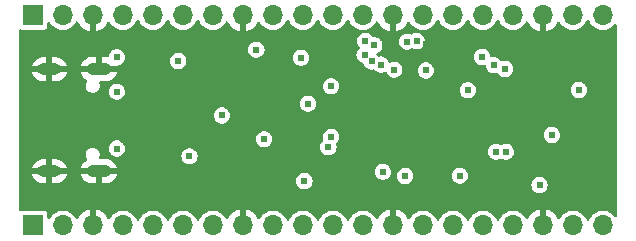
<source format=gbr>
%TF.GenerationSoftware,KiCad,Pcbnew,8.0.4-8.0.4-0~ubuntu24.04.1*%
%TF.CreationDate,2024-07-31T18:59:25-04:00*%
%TF.ProjectId,iceblink,69636562-6c69-46e6-9b2e-6b696361645f,rev?*%
%TF.SameCoordinates,Original*%
%TF.FileFunction,Copper,L2,Inr*%
%TF.FilePolarity,Positive*%
%FSLAX46Y46*%
G04 Gerber Fmt 4.6, Leading zero omitted, Abs format (unit mm)*
G04 Created by KiCad (PCBNEW 8.0.4-8.0.4-0~ubuntu24.04.1) date 2024-07-31 18:59:25*
%MOMM*%
%LPD*%
G01*
G04 APERTURE LIST*
%TA.AperFunction,ComponentPad*%
%ADD10O,2.100000X1.050000*%
%TD*%
%TA.AperFunction,ComponentPad*%
%ADD11O,2.000000X1.000000*%
%TD*%
%TA.AperFunction,ComponentPad*%
%ADD12R,1.700000X1.700000*%
%TD*%
%TA.AperFunction,ComponentPad*%
%ADD13O,1.700000X1.700000*%
%TD*%
%TA.AperFunction,ViaPad*%
%ADD14C,0.609600*%
%TD*%
G04 APERTURE END LIST*
D10*
%TO.N,GND*%
%TO.C,J1*%
X133847000Y-107440000D03*
D11*
X129667000Y-107440000D03*
X129667000Y-116080000D03*
D10*
X133847000Y-116080000D03*
%TD*%
D12*
%TO.N,+5V*%
%TO.C,J2*%
X128270000Y-120650000D03*
D13*
%TO.N,+3V3*%
X130810000Y-120650000D03*
%TO.N,GND*%
X133350000Y-120650000D03*
%TO.N,/IOB_31b*%
X135890000Y-120650000D03*
%TO.N,/IOB_29b*%
X138430000Y-120650000D03*
%TO.N,/IOT_37a*%
X140970000Y-120650000D03*
%TO.N,/IOT_36b*%
X143510000Y-120650000D03*
%TO.N,GND*%
X146050000Y-120650000D03*
%TO.N,/IOT_39a*%
X148590000Y-120650000D03*
%TO.N,/IOT_38b*%
X151130000Y-120650000D03*
%TO.N,/IOT_41a*%
X153670000Y-120650000D03*
%TO.N,/IOT_42b*%
X156210000Y-120650000D03*
%TO.N,GND*%
X158750000Y-120650000D03*
%TO.N,/IOT_43a*%
X161290000Y-120650000D03*
%TO.N,/IOT_44b*%
X163830000Y-120650000D03*
%TO.N,/IOT_46b_G0*%
X166370000Y-120650000D03*
%TO.N,/RGB0*%
X168910000Y-120650000D03*
%TO.N,GND*%
X171450000Y-120650000D03*
%TO.N,/RGB1*%
X173990000Y-120650000D03*
%TO.N,/RGB2*%
X176530000Y-120650000D03*
%TD*%
D12*
%TO.N,+5V*%
%TO.C,J3*%
X128270000Y-102870000D03*
D13*
%TO.N,+3V3*%
X130810000Y-102870000D03*
%TO.N,GND*%
X133350000Y-102870000D03*
%TO.N,/IOB_20a*%
X135890000Y-102870000D03*
%TO.N,/IOB_18a*%
X138430000Y-102870000D03*
%TO.N,/IOB_13b*%
X140970000Y-102870000D03*
%TO.N,/IOB_8a*%
X143510000Y-102870000D03*
%TO.N,GND*%
X146050000Y-102870000D03*
%TO.N,/IOB_9b*%
X148590000Y-102870000D03*
%TO.N,/IOB_6a*%
X151130000Y-102870000D03*
%TO.N,/IOB_4a*%
X153670000Y-102870000D03*
%TO.N,/IOB_2a*%
X156210000Y-102870000D03*
%TO.N,GND*%
X158750000Y-102870000D03*
%TO.N,/IOB_0a*%
X161290000Y-102870000D03*
%TO.N,/IOB_5a*%
X163830000Y-102870000D03*
%TO.N,/IOB_3b_G6*%
X166370000Y-102870000D03*
%TO.N,/IOT_49a*%
X168910000Y-102870000D03*
%TO.N,GND*%
X171450000Y-102870000D03*
%TO.N,/IOT_45a_G1*%
X173990000Y-102870000D03*
%TO.N,/IOT_48b*%
X176530000Y-102870000D03*
%TD*%
D14*
%TO.N,+5V*%
X135382000Y-109347000D03*
X135382000Y-106426000D03*
X135382000Y-114160000D03*
%TO.N,GND*%
X172135800Y-108077000D03*
X169721000Y-109347000D03*
X136519500Y-108000800D03*
X158064200Y-118592600D03*
X154432000Y-118668800D03*
X148209000Y-109093000D03*
X138506200Y-112395000D03*
X151307800Y-115925600D03*
X151180800Y-114046000D03*
X139344400Y-115773200D03*
X147193000Y-115011200D03*
X160451800Y-117957600D03*
X149402800Y-105791000D03*
X158569476Y-105434900D03*
X136931400Y-112522000D03*
X169721000Y-117222800D03*
X141554200Y-115824000D03*
X139623800Y-117525800D03*
X158115000Y-111760000D03*
X145516600Y-111607600D03*
X159512000Y-110363000D03*
X159512000Y-113157000D03*
X135375500Y-115195500D03*
X141554200Y-106883200D03*
X156718000Y-110363000D03*
X156718000Y-113157000D03*
X161544000Y-105333800D03*
%TO.N,+1V2*%
X158873456Y-107482519D03*
X157900045Y-116133379D03*
X140583500Y-106750700D03*
%TO.N,+3V3*%
X150975000Y-106476800D03*
X161544000Y-107543600D03*
X147853400Y-113371000D03*
X151257000Y-116916200D03*
X171170600Y-117246400D03*
X159791400Y-116484400D03*
X153289000Y-114046000D03*
X141528800Y-114813000D03*
X165100000Y-109220000D03*
X151563458Y-110367745D03*
X144272000Y-111353600D03*
X164414200Y-116459000D03*
X147193000Y-105791000D03*
X174498000Y-109194600D03*
%TO.N,Net-(D5-A)*%
X157716576Y-107048866D03*
X168262300Y-107429300D03*
%TO.N,/RGB1*%
X172212000Y-113004600D03*
%TO.N,/IOT_48b*%
X168325803Y-114427000D03*
%TO.N,/IOT_45a_G1*%
X167513000Y-114427000D03*
%TO.N,/IOB_6a*%
X160781539Y-105053640D03*
%TO.N,/IOB_8a*%
X156405570Y-105053900D03*
%TO.N,/IOB_9b*%
X159971524Y-105114570D03*
%TO.N,/IOB_13b*%
X157176867Y-105409500D03*
%TO.N,Net-(U4-~{CRESET})*%
X167309800Y-107111800D03*
X156949014Y-106783001D03*
%TO.N,Net-(U4-IOB_16a)*%
X156361900Y-106222300D03*
X166319200Y-106400600D03*
%TO.N,Net-(U4-IOB_23b)*%
X153517600Y-108889800D03*
X153528594Y-113184084D03*
%TD*%
%TA.AperFunction,Conductor*%
%TO.N,GND*%
G36*
X175328960Y-103253141D02*
G01*
X175374194Y-103305343D01*
X175457624Y-103484259D01*
X175459416Y-103488102D01*
X175583006Y-103664608D01*
X175583013Y-103664617D01*
X175735383Y-103816987D01*
X175911898Y-103940584D01*
X176107193Y-104031652D01*
X176315335Y-104087423D01*
X176530000Y-104106204D01*
X176744665Y-104087423D01*
X176952807Y-104031652D01*
X177148102Y-103940584D01*
X177324617Y-103816987D01*
X177476987Y-103664617D01*
X177482023Y-103657424D01*
X177495287Y-103638483D01*
X177550744Y-103594154D01*
X177621363Y-103586845D01*
X177684724Y-103618875D01*
X177720709Y-103680077D01*
X177724500Y-103710753D01*
X177724500Y-119809246D01*
X177704498Y-119877367D01*
X177650842Y-119923860D01*
X177580568Y-119933964D01*
X177515988Y-119904470D01*
X177495288Y-119881518D01*
X177476992Y-119855389D01*
X177476984Y-119855380D01*
X177324619Y-119703015D01*
X177324613Y-119703010D01*
X177148102Y-119579416D01*
X176997593Y-119509232D01*
X176952807Y-119488348D01*
X176952805Y-119488347D01*
X176952804Y-119488347D01*
X176744668Y-119432577D01*
X176530000Y-119413796D01*
X176315331Y-119432577D01*
X176107195Y-119488347D01*
X176107190Y-119488349D01*
X175911897Y-119579416D01*
X175735386Y-119703010D01*
X175735380Y-119703015D01*
X175583015Y-119855380D01*
X175583010Y-119855386D01*
X175459416Y-120031897D01*
X175374195Y-120214654D01*
X175327277Y-120267939D01*
X175259000Y-120287400D01*
X175191040Y-120266858D01*
X175145805Y-120214654D01*
X175083231Y-120080465D01*
X175060584Y-120031898D01*
X174936987Y-119855383D01*
X174784617Y-119703013D01*
X174765515Y-119689638D01*
X174608102Y-119579416D01*
X174457593Y-119509232D01*
X174412807Y-119488348D01*
X174412805Y-119488347D01*
X174412804Y-119488347D01*
X174204668Y-119432577D01*
X173990000Y-119413796D01*
X173775331Y-119432577D01*
X173567195Y-119488347D01*
X173567190Y-119488349D01*
X173371897Y-119579416D01*
X173195386Y-119703010D01*
X173195380Y-119703015D01*
X173043015Y-119855380D01*
X173043010Y-119855386D01*
X172919414Y-120031900D01*
X172904359Y-120064184D01*
X172857441Y-120117468D01*
X172789163Y-120136927D01*
X172721204Y-120116383D01*
X172675139Y-120062359D01*
X172674778Y-120061544D01*
X172648417Y-120001448D01*
X172525325Y-119813041D01*
X172372902Y-119647465D01*
X172195301Y-119509232D01*
X172195300Y-119509231D01*
X171997371Y-119402117D01*
X171997369Y-119402116D01*
X171784512Y-119329043D01*
X171784501Y-119329040D01*
X171704000Y-119315606D01*
X171704000Y-120219297D01*
X171642993Y-120184075D01*
X171515826Y-120150000D01*
X171384174Y-120150000D01*
X171257007Y-120184075D01*
X171196000Y-120219297D01*
X171196000Y-119315607D01*
X171195999Y-119315606D01*
X171115498Y-119329040D01*
X171115487Y-119329043D01*
X170902630Y-119402116D01*
X170902628Y-119402117D01*
X170704699Y-119509231D01*
X170704698Y-119509232D01*
X170527097Y-119647465D01*
X170374674Y-119813041D01*
X170251581Y-120001449D01*
X170225220Y-120061546D01*
X170179538Y-120115894D01*
X170111726Y-120136917D01*
X170043312Y-120117940D01*
X169996019Y-120064989D01*
X169995638Y-120064181D01*
X169992946Y-120058410D01*
X169980584Y-120031898D01*
X169856987Y-119855383D01*
X169704617Y-119703013D01*
X169685515Y-119689638D01*
X169528102Y-119579416D01*
X169377593Y-119509232D01*
X169332807Y-119488348D01*
X169332805Y-119488347D01*
X169332804Y-119488347D01*
X169124668Y-119432577D01*
X168910000Y-119413796D01*
X168695331Y-119432577D01*
X168487195Y-119488347D01*
X168487190Y-119488349D01*
X168291897Y-119579416D01*
X168115386Y-119703010D01*
X168115380Y-119703015D01*
X167963015Y-119855380D01*
X167963010Y-119855386D01*
X167839416Y-120031897D01*
X167754195Y-120214654D01*
X167707277Y-120267939D01*
X167639000Y-120287400D01*
X167571040Y-120266858D01*
X167525805Y-120214654D01*
X167463231Y-120080465D01*
X167440584Y-120031898D01*
X167316987Y-119855383D01*
X167164617Y-119703013D01*
X167145515Y-119689638D01*
X166988102Y-119579416D01*
X166837593Y-119509232D01*
X166792807Y-119488348D01*
X166792805Y-119488347D01*
X166792804Y-119488347D01*
X166584668Y-119432577D01*
X166370000Y-119413796D01*
X166155331Y-119432577D01*
X165947195Y-119488347D01*
X165947190Y-119488349D01*
X165751897Y-119579416D01*
X165575386Y-119703010D01*
X165575380Y-119703015D01*
X165423015Y-119855380D01*
X165423010Y-119855386D01*
X165299416Y-120031897D01*
X165214195Y-120214654D01*
X165167277Y-120267939D01*
X165099000Y-120287400D01*
X165031040Y-120266858D01*
X164985805Y-120214654D01*
X164923231Y-120080465D01*
X164900584Y-120031898D01*
X164776987Y-119855383D01*
X164624617Y-119703013D01*
X164605515Y-119689638D01*
X164448102Y-119579416D01*
X164297593Y-119509232D01*
X164252807Y-119488348D01*
X164252805Y-119488347D01*
X164252804Y-119488347D01*
X164044668Y-119432577D01*
X163830000Y-119413796D01*
X163615331Y-119432577D01*
X163407195Y-119488347D01*
X163407190Y-119488349D01*
X163211897Y-119579416D01*
X163035386Y-119703010D01*
X163035380Y-119703015D01*
X162883015Y-119855380D01*
X162883010Y-119855386D01*
X162759416Y-120031897D01*
X162674195Y-120214654D01*
X162627277Y-120267939D01*
X162559000Y-120287400D01*
X162491040Y-120266858D01*
X162445805Y-120214654D01*
X162383231Y-120080465D01*
X162360584Y-120031898D01*
X162236987Y-119855383D01*
X162084617Y-119703013D01*
X162065515Y-119689638D01*
X161908102Y-119579416D01*
X161757593Y-119509232D01*
X161712807Y-119488348D01*
X161712805Y-119488347D01*
X161712804Y-119488347D01*
X161504668Y-119432577D01*
X161290000Y-119413796D01*
X161075331Y-119432577D01*
X160867195Y-119488347D01*
X160867190Y-119488349D01*
X160671897Y-119579416D01*
X160495386Y-119703010D01*
X160495380Y-119703015D01*
X160343015Y-119855380D01*
X160343010Y-119855386D01*
X160219414Y-120031900D01*
X160204359Y-120064184D01*
X160157441Y-120117468D01*
X160089163Y-120136927D01*
X160021204Y-120116383D01*
X159975139Y-120062359D01*
X159974778Y-120061544D01*
X159948417Y-120001448D01*
X159825325Y-119813041D01*
X159672902Y-119647465D01*
X159495301Y-119509232D01*
X159495300Y-119509231D01*
X159297371Y-119402117D01*
X159297369Y-119402116D01*
X159084512Y-119329043D01*
X159084501Y-119329040D01*
X159004000Y-119315606D01*
X159004000Y-120219297D01*
X158942993Y-120184075D01*
X158815826Y-120150000D01*
X158684174Y-120150000D01*
X158557007Y-120184075D01*
X158496000Y-120219297D01*
X158496000Y-119315607D01*
X158495999Y-119315606D01*
X158415498Y-119329040D01*
X158415487Y-119329043D01*
X158202630Y-119402116D01*
X158202628Y-119402117D01*
X158004699Y-119509231D01*
X158004698Y-119509232D01*
X157827097Y-119647465D01*
X157674674Y-119813041D01*
X157551581Y-120001449D01*
X157525220Y-120061546D01*
X157479538Y-120115894D01*
X157411726Y-120136917D01*
X157343312Y-120117940D01*
X157296019Y-120064989D01*
X157295638Y-120064181D01*
X157292946Y-120058410D01*
X157280584Y-120031898D01*
X157156987Y-119855383D01*
X157004617Y-119703013D01*
X156985515Y-119689638D01*
X156828102Y-119579416D01*
X156677593Y-119509232D01*
X156632807Y-119488348D01*
X156632805Y-119488347D01*
X156632804Y-119488347D01*
X156424668Y-119432577D01*
X156210000Y-119413796D01*
X155995331Y-119432577D01*
X155787195Y-119488347D01*
X155787190Y-119488349D01*
X155591897Y-119579416D01*
X155415386Y-119703010D01*
X155415380Y-119703015D01*
X155263015Y-119855380D01*
X155263010Y-119855386D01*
X155139416Y-120031897D01*
X155054195Y-120214654D01*
X155007277Y-120267939D01*
X154939000Y-120287400D01*
X154871040Y-120266858D01*
X154825805Y-120214654D01*
X154763231Y-120080465D01*
X154740584Y-120031898D01*
X154616987Y-119855383D01*
X154464617Y-119703013D01*
X154445515Y-119689638D01*
X154288102Y-119579416D01*
X154137593Y-119509232D01*
X154092807Y-119488348D01*
X154092805Y-119488347D01*
X154092804Y-119488347D01*
X153884668Y-119432577D01*
X153670000Y-119413796D01*
X153455331Y-119432577D01*
X153247195Y-119488347D01*
X153247190Y-119488349D01*
X153051897Y-119579416D01*
X152875386Y-119703010D01*
X152875380Y-119703015D01*
X152723015Y-119855380D01*
X152723010Y-119855386D01*
X152599416Y-120031897D01*
X152514195Y-120214654D01*
X152467277Y-120267939D01*
X152399000Y-120287400D01*
X152331040Y-120266858D01*
X152285805Y-120214654D01*
X152223231Y-120080465D01*
X152200584Y-120031898D01*
X152076987Y-119855383D01*
X151924617Y-119703013D01*
X151905515Y-119689638D01*
X151748102Y-119579416D01*
X151597593Y-119509232D01*
X151552807Y-119488348D01*
X151552805Y-119488347D01*
X151552804Y-119488347D01*
X151344668Y-119432577D01*
X151130000Y-119413796D01*
X150915331Y-119432577D01*
X150707195Y-119488347D01*
X150707190Y-119488349D01*
X150511897Y-119579416D01*
X150335386Y-119703010D01*
X150335380Y-119703015D01*
X150183015Y-119855380D01*
X150183010Y-119855386D01*
X150059416Y-120031897D01*
X149974195Y-120214654D01*
X149927277Y-120267939D01*
X149859000Y-120287400D01*
X149791040Y-120266858D01*
X149745805Y-120214654D01*
X149683231Y-120080465D01*
X149660584Y-120031898D01*
X149536987Y-119855383D01*
X149384617Y-119703013D01*
X149365515Y-119689638D01*
X149208102Y-119579416D01*
X149057593Y-119509232D01*
X149012807Y-119488348D01*
X149012805Y-119488347D01*
X149012804Y-119488347D01*
X148804668Y-119432577D01*
X148590000Y-119413796D01*
X148375331Y-119432577D01*
X148167195Y-119488347D01*
X148167190Y-119488349D01*
X147971897Y-119579416D01*
X147795386Y-119703010D01*
X147795380Y-119703015D01*
X147643015Y-119855380D01*
X147643010Y-119855386D01*
X147519414Y-120031900D01*
X147504359Y-120064184D01*
X147457441Y-120117468D01*
X147389163Y-120136927D01*
X147321204Y-120116383D01*
X147275139Y-120062359D01*
X147274778Y-120061544D01*
X147248417Y-120001448D01*
X147125325Y-119813041D01*
X146972902Y-119647465D01*
X146795301Y-119509232D01*
X146795300Y-119509231D01*
X146597371Y-119402117D01*
X146597369Y-119402116D01*
X146384512Y-119329043D01*
X146384501Y-119329040D01*
X146304000Y-119315606D01*
X146304000Y-120219297D01*
X146242993Y-120184075D01*
X146115826Y-120150000D01*
X145984174Y-120150000D01*
X145857007Y-120184075D01*
X145796000Y-120219297D01*
X145796000Y-119315607D01*
X145795999Y-119315606D01*
X145715498Y-119329040D01*
X145715487Y-119329043D01*
X145502630Y-119402116D01*
X145502628Y-119402117D01*
X145304699Y-119509231D01*
X145304698Y-119509232D01*
X145127097Y-119647465D01*
X144974674Y-119813041D01*
X144851581Y-120001449D01*
X144825220Y-120061546D01*
X144779538Y-120115894D01*
X144711726Y-120136917D01*
X144643312Y-120117940D01*
X144596019Y-120064989D01*
X144595638Y-120064181D01*
X144592946Y-120058410D01*
X144580584Y-120031898D01*
X144456987Y-119855383D01*
X144304617Y-119703013D01*
X144285515Y-119689638D01*
X144128102Y-119579416D01*
X143977593Y-119509232D01*
X143932807Y-119488348D01*
X143932805Y-119488347D01*
X143932804Y-119488347D01*
X143724668Y-119432577D01*
X143510000Y-119413796D01*
X143295331Y-119432577D01*
X143087195Y-119488347D01*
X143087190Y-119488349D01*
X142891897Y-119579416D01*
X142715386Y-119703010D01*
X142715380Y-119703015D01*
X142563015Y-119855380D01*
X142563010Y-119855386D01*
X142439416Y-120031897D01*
X142354195Y-120214654D01*
X142307277Y-120267939D01*
X142239000Y-120287400D01*
X142171040Y-120266858D01*
X142125805Y-120214654D01*
X142063231Y-120080465D01*
X142040584Y-120031898D01*
X141916987Y-119855383D01*
X141764617Y-119703013D01*
X141745515Y-119689638D01*
X141588102Y-119579416D01*
X141437593Y-119509232D01*
X141392807Y-119488348D01*
X141392805Y-119488347D01*
X141392804Y-119488347D01*
X141184668Y-119432577D01*
X140970000Y-119413796D01*
X140755331Y-119432577D01*
X140547195Y-119488347D01*
X140547190Y-119488349D01*
X140351897Y-119579416D01*
X140175386Y-119703010D01*
X140175380Y-119703015D01*
X140023015Y-119855380D01*
X140023010Y-119855386D01*
X139899416Y-120031897D01*
X139814195Y-120214654D01*
X139767277Y-120267939D01*
X139699000Y-120287400D01*
X139631040Y-120266858D01*
X139585805Y-120214654D01*
X139523231Y-120080465D01*
X139500584Y-120031898D01*
X139376987Y-119855383D01*
X139224617Y-119703013D01*
X139205515Y-119689638D01*
X139048102Y-119579416D01*
X138897593Y-119509232D01*
X138852807Y-119488348D01*
X138852805Y-119488347D01*
X138852804Y-119488347D01*
X138644668Y-119432577D01*
X138430000Y-119413796D01*
X138215331Y-119432577D01*
X138007195Y-119488347D01*
X138007190Y-119488349D01*
X137811897Y-119579416D01*
X137635386Y-119703010D01*
X137635380Y-119703015D01*
X137483015Y-119855380D01*
X137483010Y-119855386D01*
X137359416Y-120031897D01*
X137274195Y-120214654D01*
X137227277Y-120267939D01*
X137159000Y-120287400D01*
X137091040Y-120266858D01*
X137045805Y-120214654D01*
X136983231Y-120080465D01*
X136960584Y-120031898D01*
X136836987Y-119855383D01*
X136684617Y-119703013D01*
X136665515Y-119689638D01*
X136508102Y-119579416D01*
X136357593Y-119509232D01*
X136312807Y-119488348D01*
X136312805Y-119488347D01*
X136312804Y-119488347D01*
X136104668Y-119432577D01*
X135890000Y-119413796D01*
X135675331Y-119432577D01*
X135467195Y-119488347D01*
X135467190Y-119488349D01*
X135271897Y-119579416D01*
X135095386Y-119703010D01*
X135095380Y-119703015D01*
X134943015Y-119855380D01*
X134943010Y-119855386D01*
X134819414Y-120031900D01*
X134804359Y-120064184D01*
X134757441Y-120117468D01*
X134689163Y-120136927D01*
X134621204Y-120116383D01*
X134575139Y-120062359D01*
X134574778Y-120061544D01*
X134548417Y-120001448D01*
X134425325Y-119813041D01*
X134272902Y-119647465D01*
X134095301Y-119509232D01*
X134095300Y-119509231D01*
X133897371Y-119402117D01*
X133897369Y-119402116D01*
X133684512Y-119329043D01*
X133684501Y-119329040D01*
X133604000Y-119315606D01*
X133604000Y-120219297D01*
X133542993Y-120184075D01*
X133415826Y-120150000D01*
X133284174Y-120150000D01*
X133157007Y-120184075D01*
X133096000Y-120219297D01*
X133096000Y-119315607D01*
X133095999Y-119315606D01*
X133015498Y-119329040D01*
X133015487Y-119329043D01*
X132802630Y-119402116D01*
X132802628Y-119402117D01*
X132604699Y-119509231D01*
X132604698Y-119509232D01*
X132427097Y-119647465D01*
X132274674Y-119813041D01*
X132151581Y-120001449D01*
X132125220Y-120061546D01*
X132079538Y-120115894D01*
X132011726Y-120136917D01*
X131943312Y-120117940D01*
X131896019Y-120064989D01*
X131895638Y-120064181D01*
X131892946Y-120058410D01*
X131880584Y-120031898D01*
X131756987Y-119855383D01*
X131604617Y-119703013D01*
X131585515Y-119689638D01*
X131428102Y-119579416D01*
X131277593Y-119509232D01*
X131232807Y-119488348D01*
X131232805Y-119488347D01*
X131232804Y-119488347D01*
X131024668Y-119432577D01*
X130810000Y-119413796D01*
X130595331Y-119432577D01*
X130387195Y-119488347D01*
X130387190Y-119488349D01*
X130191897Y-119579416D01*
X130015386Y-119703010D01*
X130015380Y-119703015D01*
X129863015Y-119855380D01*
X129863010Y-119855386D01*
X129739413Y-120031900D01*
X129736665Y-120036662D01*
X129734420Y-120035365D01*
X129694508Y-120080465D01*
X129626182Y-120099753D01*
X129558274Y-120079040D01*
X129512345Y-120024901D01*
X129501500Y-119973760D01*
X129501500Y-119763800D01*
X129501500Y-119763794D01*
X129490696Y-119689639D01*
X129434776Y-119575254D01*
X129434775Y-119575252D01*
X129344747Y-119485224D01*
X129344745Y-119485223D01*
X129230362Y-119429304D01*
X129156207Y-119418500D01*
X129156206Y-119418500D01*
X127383794Y-119418500D01*
X127383792Y-119418500D01*
X127309638Y-119429304D01*
X127309636Y-119429305D01*
X127256839Y-119455116D01*
X127186855Y-119467065D01*
X127121521Y-119439281D01*
X127081579Y-119380585D01*
X127075500Y-119341919D01*
X127075500Y-115825999D01*
X128189776Y-115825999D01*
X128189776Y-115826000D01*
X129106940Y-115826000D01*
X129082795Y-115839940D01*
X129026940Y-115895795D01*
X128987444Y-115964204D01*
X128967000Y-116040504D01*
X128967000Y-116119496D01*
X128987444Y-116195796D01*
X129026940Y-116264205D01*
X129082795Y-116320060D01*
X129106940Y-116334000D01*
X128189776Y-116334000D01*
X128197737Y-116374023D01*
X128197739Y-116374028D01*
X128273722Y-116557466D01*
X128384032Y-116722557D01*
X128384037Y-116722564D01*
X128524435Y-116862962D01*
X128524442Y-116862967D01*
X128689533Y-116973277D01*
X128872971Y-117049260D01*
X128872976Y-117049262D01*
X129067718Y-117087999D01*
X129067722Y-117088000D01*
X129413000Y-117088000D01*
X129413000Y-116380000D01*
X129921000Y-116380000D01*
X129921000Y-117088000D01*
X130266278Y-117088000D01*
X130266281Y-117087999D01*
X130461023Y-117049262D01*
X130461028Y-117049260D01*
X130644466Y-116973277D01*
X130809557Y-116862967D01*
X130809564Y-116862962D01*
X130949962Y-116722564D01*
X130949967Y-116722557D01*
X131060277Y-116557466D01*
X131136260Y-116374028D01*
X131136262Y-116374023D01*
X131144224Y-116334000D01*
X130227060Y-116334000D01*
X130251205Y-116320060D01*
X130307060Y-116264205D01*
X130346556Y-116195796D01*
X130367000Y-116119496D01*
X130367000Y-116040504D01*
X130346556Y-115964204D01*
X130307060Y-115895795D01*
X130251205Y-115839940D01*
X130227060Y-115826000D01*
X131144224Y-115826000D01*
X131144223Y-115825999D01*
X132319286Y-115825999D01*
X132319286Y-115826000D01*
X133136940Y-115826000D01*
X133112795Y-115839940D01*
X133056940Y-115895795D01*
X133017444Y-115964204D01*
X132997000Y-116040504D01*
X132997000Y-116119496D01*
X133017444Y-116195796D01*
X133056940Y-116264205D01*
X133112795Y-116320060D01*
X133136940Y-116334000D01*
X132319286Y-116334000D01*
X132328698Y-116381315D01*
X132328699Y-116381318D01*
X132406567Y-116569308D01*
X132519616Y-116738498D01*
X132519621Y-116738504D01*
X132663495Y-116882378D01*
X132663501Y-116882383D01*
X132832691Y-116995432D01*
X133020681Y-117073300D01*
X133020684Y-117073301D01*
X133220254Y-117112999D01*
X133220258Y-117113000D01*
X133593000Y-117113000D01*
X133593000Y-116380000D01*
X134101000Y-116380000D01*
X134101000Y-117113000D01*
X134473742Y-117113000D01*
X134473745Y-117112999D01*
X134673315Y-117073301D01*
X134673318Y-117073300D01*
X134861308Y-116995432D01*
X134979893Y-116916196D01*
X150565659Y-116916196D01*
X150565659Y-116916203D01*
X150585746Y-117081646D01*
X150644849Y-117237485D01*
X150714700Y-117338681D01*
X150739524Y-117374644D01*
X150864274Y-117485162D01*
X151011847Y-117562615D01*
X151173668Y-117602500D01*
X151173671Y-117602500D01*
X151340329Y-117602500D01*
X151340332Y-117602500D01*
X151502153Y-117562615D01*
X151649726Y-117485162D01*
X151774476Y-117374644D01*
X151862999Y-117246396D01*
X170479259Y-117246396D01*
X170479259Y-117246403D01*
X170499346Y-117411846D01*
X170558449Y-117567685D01*
X170628300Y-117668881D01*
X170653124Y-117704844D01*
X170777874Y-117815362D01*
X170925447Y-117892815D01*
X171087268Y-117932700D01*
X171087271Y-117932700D01*
X171253929Y-117932700D01*
X171253932Y-117932700D01*
X171415753Y-117892815D01*
X171563326Y-117815362D01*
X171688076Y-117704844D01*
X171782752Y-117567682D01*
X171841852Y-117411849D01*
X171841852Y-117411848D01*
X171841853Y-117411846D01*
X171861941Y-117246403D01*
X171861941Y-117246396D01*
X171841853Y-117080953D01*
X171789475Y-116942845D01*
X171782752Y-116925118D01*
X171782750Y-116925116D01*
X171782750Y-116925114D01*
X171733105Y-116853192D01*
X171688076Y-116787956D01*
X171563326Y-116677438D01*
X171415753Y-116599985D01*
X171415751Y-116599984D01*
X171253933Y-116560100D01*
X171253932Y-116560100D01*
X171087268Y-116560100D01*
X171087266Y-116560100D01*
X170925448Y-116599984D01*
X170925446Y-116599985D01*
X170777873Y-116677438D01*
X170653125Y-116787954D01*
X170653123Y-116787957D01*
X170558449Y-116925114D01*
X170499346Y-117080953D01*
X170479259Y-117246396D01*
X151862999Y-117246396D01*
X151869152Y-117237482D01*
X151928252Y-117081649D01*
X151928252Y-117081648D01*
X151928253Y-117081646D01*
X151948341Y-116916203D01*
X151948341Y-116916196D01*
X151928253Y-116750753D01*
X151900448Y-116677438D01*
X151869152Y-116594918D01*
X151869150Y-116594916D01*
X151869150Y-116594914D01*
X151792864Y-116484396D01*
X151774476Y-116457756D01*
X151770982Y-116454661D01*
X151649726Y-116347238D01*
X151502153Y-116269785D01*
X151502151Y-116269784D01*
X151340333Y-116229900D01*
X151340332Y-116229900D01*
X151173668Y-116229900D01*
X151173666Y-116229900D01*
X151011848Y-116269784D01*
X151011846Y-116269785D01*
X150864273Y-116347238D01*
X150739525Y-116457754D01*
X150739523Y-116457757D01*
X150644849Y-116594914D01*
X150585746Y-116750753D01*
X150565659Y-116916196D01*
X134979893Y-116916196D01*
X135030498Y-116882383D01*
X135030504Y-116882378D01*
X135174378Y-116738504D01*
X135174383Y-116738498D01*
X135287432Y-116569308D01*
X135365300Y-116381318D01*
X135365301Y-116381315D01*
X135374713Y-116334000D01*
X134557060Y-116334000D01*
X134581205Y-116320060D01*
X134637060Y-116264205D01*
X134676556Y-116195796D01*
X134693281Y-116133375D01*
X157208704Y-116133375D01*
X157208704Y-116133382D01*
X157228791Y-116298825D01*
X157287894Y-116454664D01*
X157382568Y-116591821D01*
X157382570Y-116591824D01*
X157391781Y-116599984D01*
X157507319Y-116702341D01*
X157654892Y-116779794D01*
X157816713Y-116819679D01*
X157816716Y-116819679D01*
X157983374Y-116819679D01*
X157983377Y-116819679D01*
X158145198Y-116779794D01*
X158292771Y-116702341D01*
X158417521Y-116591823D01*
X158491672Y-116484396D01*
X159100059Y-116484396D01*
X159100059Y-116484403D01*
X159120146Y-116649846D01*
X159179249Y-116805685D01*
X159232187Y-116882378D01*
X159273924Y-116942844D01*
X159398674Y-117053362D01*
X159546247Y-117130815D01*
X159708068Y-117170700D01*
X159708071Y-117170700D01*
X159874729Y-117170700D01*
X159874732Y-117170700D01*
X160036553Y-117130815D01*
X160184126Y-117053362D01*
X160308876Y-116942844D01*
X160403552Y-116805682D01*
X160462652Y-116649849D01*
X160462652Y-116649848D01*
X160462653Y-116649846D01*
X160482741Y-116484403D01*
X160482741Y-116484396D01*
X160479657Y-116458996D01*
X163722859Y-116458996D01*
X163722859Y-116459003D01*
X163742946Y-116624446D01*
X163802049Y-116780285D01*
X163859118Y-116862962D01*
X163896724Y-116917444D01*
X164021474Y-117027962D01*
X164169047Y-117105415D01*
X164330868Y-117145300D01*
X164330871Y-117145300D01*
X164497529Y-117145300D01*
X164497532Y-117145300D01*
X164659353Y-117105415D01*
X164806926Y-117027962D01*
X164931676Y-116917444D01*
X165026352Y-116780282D01*
X165085452Y-116624449D01*
X165085452Y-116624448D01*
X165085453Y-116624446D01*
X165105541Y-116459003D01*
X165105541Y-116458996D01*
X165085453Y-116293553D01*
X165026350Y-116137714D01*
X164949207Y-116025954D01*
X164931676Y-116000556D01*
X164806926Y-115890038D01*
X164659353Y-115812585D01*
X164659351Y-115812584D01*
X164497533Y-115772700D01*
X164497532Y-115772700D01*
X164330868Y-115772700D01*
X164330866Y-115772700D01*
X164169048Y-115812584D01*
X164169046Y-115812585D01*
X164021473Y-115890038D01*
X163896725Y-116000554D01*
X163896723Y-116000557D01*
X163802049Y-116137714D01*
X163742946Y-116293553D01*
X163722859Y-116458996D01*
X160479657Y-116458996D01*
X160462653Y-116318953D01*
X160403550Y-116163114D01*
X160353905Y-116091192D01*
X160308876Y-116025956D01*
X160184126Y-115915438D01*
X160036553Y-115837985D01*
X160036551Y-115837984D01*
X159874733Y-115798100D01*
X159874732Y-115798100D01*
X159708068Y-115798100D01*
X159708066Y-115798100D01*
X159546248Y-115837984D01*
X159546246Y-115837985D01*
X159398673Y-115915438D01*
X159273925Y-116025954D01*
X159273923Y-116025957D01*
X159179249Y-116163114D01*
X159120146Y-116318953D01*
X159100059Y-116484396D01*
X158491672Y-116484396D01*
X158512197Y-116454661D01*
X158571297Y-116298828D01*
X158571297Y-116298827D01*
X158571298Y-116298825D01*
X158591386Y-116133382D01*
X158591386Y-116133375D01*
X158571298Y-115967932D01*
X158541756Y-115890038D01*
X158512197Y-115812097D01*
X158512195Y-115812095D01*
X158512195Y-115812093D01*
X158462550Y-115740171D01*
X158417521Y-115674935D01*
X158322428Y-115590691D01*
X158292771Y-115564417D01*
X158145198Y-115486964D01*
X158145196Y-115486963D01*
X157983378Y-115447079D01*
X157983377Y-115447079D01*
X157816713Y-115447079D01*
X157816711Y-115447079D01*
X157654893Y-115486963D01*
X157654891Y-115486964D01*
X157507318Y-115564417D01*
X157382570Y-115674933D01*
X157382568Y-115674936D01*
X157287894Y-115812093D01*
X157228791Y-115967932D01*
X157208704Y-116133375D01*
X134693281Y-116133375D01*
X134697000Y-116119496D01*
X134697000Y-116040504D01*
X134676556Y-115964204D01*
X134637060Y-115895795D01*
X134581205Y-115839940D01*
X134557060Y-115826000D01*
X135374714Y-115826000D01*
X135374713Y-115825999D01*
X135365301Y-115778684D01*
X135365300Y-115778681D01*
X135287432Y-115590691D01*
X135174383Y-115421501D01*
X135174378Y-115421495D01*
X135030504Y-115277621D01*
X135030498Y-115277616D01*
X134861308Y-115164567D01*
X134673318Y-115086699D01*
X134673315Y-115086698D01*
X134473745Y-115047000D01*
X133999421Y-115047000D01*
X133931300Y-115026998D01*
X133884807Y-114973342D01*
X133874703Y-114903068D01*
X133883015Y-114872775D01*
X133883274Y-114872146D01*
X133883281Y-114872135D01*
X133922500Y-114725766D01*
X133922500Y-114574234D01*
X133883281Y-114427865D01*
X133848303Y-114367282D01*
X133807517Y-114296638D01*
X133807509Y-114296628D01*
X133700371Y-114189490D01*
X133700361Y-114189482D01*
X133649290Y-114159996D01*
X134690659Y-114159996D01*
X134690659Y-114160003D01*
X134710746Y-114325446D01*
X134769849Y-114481285D01*
X134864523Y-114618442D01*
X134864525Y-114618445D01*
X134926899Y-114673703D01*
X134989274Y-114728962D01*
X135136847Y-114806415D01*
X135298668Y-114846300D01*
X135298671Y-114846300D01*
X135465329Y-114846300D01*
X135465332Y-114846300D01*
X135600453Y-114812996D01*
X140837459Y-114812996D01*
X140837459Y-114813003D01*
X140857546Y-114978446D01*
X140916649Y-115134285D01*
X140979611Y-115225500D01*
X141011324Y-115271444D01*
X141136074Y-115381962D01*
X141283647Y-115459415D01*
X141445468Y-115499300D01*
X141445471Y-115499300D01*
X141612129Y-115499300D01*
X141612132Y-115499300D01*
X141773953Y-115459415D01*
X141921526Y-115381962D01*
X142046276Y-115271444D01*
X142140952Y-115134282D01*
X142200052Y-114978449D01*
X142200052Y-114978448D01*
X142200053Y-114978446D01*
X142220141Y-114813003D01*
X142220141Y-114812996D01*
X142200053Y-114647553D01*
X142172246Y-114574234D01*
X142140952Y-114491718D01*
X142140950Y-114491716D01*
X142140950Y-114491714D01*
X142055060Y-114367282D01*
X142046276Y-114354556D01*
X142013417Y-114325446D01*
X141921526Y-114244038D01*
X141773953Y-114166585D01*
X141773951Y-114166584D01*
X141612133Y-114126700D01*
X141612132Y-114126700D01*
X141445468Y-114126700D01*
X141445466Y-114126700D01*
X141283648Y-114166584D01*
X141283646Y-114166585D01*
X141136073Y-114244038D01*
X141011325Y-114354554D01*
X141011323Y-114354557D01*
X140916649Y-114491714D01*
X140857546Y-114647553D01*
X140837459Y-114812996D01*
X135600453Y-114812996D01*
X135627153Y-114806415D01*
X135774726Y-114728962D01*
X135899476Y-114618444D01*
X135994152Y-114481282D01*
X136053252Y-114325449D01*
X136053252Y-114325448D01*
X136053253Y-114325446D01*
X136073341Y-114160003D01*
X136073341Y-114159996D01*
X136053253Y-113994553D01*
X136010017Y-113880551D01*
X135994152Y-113838718D01*
X135994150Y-113838716D01*
X135994150Y-113838714D01*
X135926495Y-113740700D01*
X135899476Y-113701556D01*
X135842425Y-113651014D01*
X135774726Y-113591038D01*
X135627153Y-113513585D01*
X135627151Y-113513584D01*
X135465333Y-113473700D01*
X135465332Y-113473700D01*
X135298668Y-113473700D01*
X135298666Y-113473700D01*
X135136848Y-113513584D01*
X135136846Y-113513585D01*
X134989273Y-113591038D01*
X134864525Y-113701554D01*
X134864523Y-113701557D01*
X134769849Y-113838714D01*
X134710746Y-113994553D01*
X134690659Y-114159996D01*
X133649290Y-114159996D01*
X133569139Y-114113721D01*
X133569136Y-114113720D01*
X133569135Y-114113719D01*
X133569133Y-114113718D01*
X133569132Y-114113718D01*
X133529911Y-114103209D01*
X133422766Y-114074500D01*
X133271234Y-114074500D01*
X133192798Y-114095516D01*
X133124867Y-114113718D01*
X133124860Y-114113721D01*
X132993638Y-114189482D01*
X132993628Y-114189490D01*
X132886490Y-114296628D01*
X132886482Y-114296638D01*
X132810721Y-114427860D01*
X132810719Y-114427865D01*
X132771500Y-114574234D01*
X132771500Y-114725766D01*
X132773251Y-114732300D01*
X132810718Y-114872132D01*
X132810721Y-114872139D01*
X132879824Y-114991829D01*
X132896562Y-115060825D01*
X132873341Y-115127917D01*
X132837005Y-115159882D01*
X132837838Y-115161128D01*
X132663501Y-115277616D01*
X132663495Y-115277621D01*
X132519621Y-115421495D01*
X132519616Y-115421501D01*
X132406567Y-115590691D01*
X132328699Y-115778681D01*
X132328698Y-115778684D01*
X132319286Y-115825999D01*
X131144223Y-115825999D01*
X131136262Y-115785976D01*
X131136260Y-115785971D01*
X131060277Y-115602533D01*
X130949967Y-115437442D01*
X130949962Y-115437435D01*
X130809564Y-115297037D01*
X130809557Y-115297032D01*
X130644466Y-115186722D01*
X130461028Y-115110739D01*
X130461023Y-115110737D01*
X130266281Y-115072000D01*
X129921000Y-115072000D01*
X129921000Y-115780000D01*
X129413000Y-115780000D01*
X129413000Y-115072000D01*
X129067718Y-115072000D01*
X128872976Y-115110737D01*
X128872971Y-115110739D01*
X128689533Y-115186722D01*
X128524442Y-115297032D01*
X128524435Y-115297037D01*
X128384037Y-115437435D01*
X128384032Y-115437442D01*
X128273722Y-115602533D01*
X128197739Y-115785971D01*
X128197737Y-115785976D01*
X128189776Y-115825999D01*
X127075500Y-115825999D01*
X127075500Y-113370996D01*
X147162059Y-113370996D01*
X147162059Y-113371003D01*
X147182146Y-113536446D01*
X147241249Y-113692285D01*
X147335923Y-113829442D01*
X147335925Y-113829445D01*
X147357354Y-113848429D01*
X147460674Y-113939962D01*
X147608247Y-114017415D01*
X147770068Y-114057300D01*
X147770071Y-114057300D01*
X147936729Y-114057300D01*
X147936732Y-114057300D01*
X147982594Y-114045996D01*
X152597659Y-114045996D01*
X152597659Y-114046003D01*
X152617746Y-114211446D01*
X152676849Y-114367285D01*
X152746700Y-114468481D01*
X152771524Y-114504444D01*
X152896274Y-114614962D01*
X153043847Y-114692415D01*
X153205668Y-114732300D01*
X153205671Y-114732300D01*
X153372329Y-114732300D01*
X153372332Y-114732300D01*
X153534153Y-114692415D01*
X153681726Y-114614962D01*
X153806476Y-114504444D01*
X153859934Y-114426996D01*
X166821659Y-114426996D01*
X166821659Y-114427003D01*
X166841746Y-114592446D01*
X166900849Y-114748285D01*
X166968504Y-114846299D01*
X166986337Y-114872135D01*
X166995523Y-114885442D01*
X166995525Y-114885445D01*
X167057899Y-114940703D01*
X167120274Y-114995962D01*
X167267847Y-115073415D01*
X167429668Y-115113300D01*
X167429671Y-115113300D01*
X167596329Y-115113300D01*
X167596332Y-115113300D01*
X167758153Y-115073415D01*
X167860846Y-115019516D01*
X167930458Y-115005570D01*
X167977956Y-115019517D01*
X168030321Y-115047000D01*
X168080650Y-115073415D01*
X168242471Y-115113300D01*
X168242474Y-115113300D01*
X168409132Y-115113300D01*
X168409135Y-115113300D01*
X168570956Y-115073415D01*
X168718529Y-114995962D01*
X168843279Y-114885444D01*
X168937955Y-114748282D01*
X168997055Y-114592449D01*
X168997055Y-114592448D01*
X168997056Y-114592446D01*
X169017144Y-114427003D01*
X169017144Y-114426996D01*
X168997056Y-114261553D01*
X168961039Y-114166585D01*
X168937955Y-114105718D01*
X168937953Y-114105716D01*
X168937953Y-114105714D01*
X168861222Y-113994551D01*
X168843279Y-113968556D01*
X168718529Y-113858038D01*
X168570956Y-113780585D01*
X168570954Y-113780584D01*
X168409136Y-113740700D01*
X168409135Y-113740700D01*
X168242471Y-113740700D01*
X168242469Y-113740700D01*
X168080651Y-113780584D01*
X167977956Y-113834483D01*
X167908342Y-113848429D01*
X167860846Y-113834482D01*
X167758157Y-113780587D01*
X167758151Y-113780584D01*
X167596333Y-113740700D01*
X167596332Y-113740700D01*
X167429668Y-113740700D01*
X167429666Y-113740700D01*
X167267848Y-113780584D01*
X167267846Y-113780585D01*
X167120273Y-113858038D01*
X166995525Y-113968554D01*
X166995523Y-113968557D01*
X166900849Y-114105714D01*
X166841746Y-114261553D01*
X166821659Y-114426996D01*
X153859934Y-114426996D01*
X153901152Y-114367282D01*
X153960252Y-114211449D01*
X153960252Y-114211448D01*
X153960253Y-114211446D01*
X153980341Y-114046003D01*
X153980341Y-114045996D01*
X153960253Y-113880558D01*
X153960252Y-113880551D01*
X153945106Y-113840615D01*
X153939652Y-113769829D01*
X153973334Y-113707330D01*
X153979366Y-113701622D01*
X153979440Y-113701557D01*
X153991717Y-113690679D01*
X154046065Y-113642533D01*
X154046066Y-113642531D01*
X154046070Y-113642528D01*
X154140746Y-113505366D01*
X154199846Y-113349533D01*
X154199846Y-113349532D01*
X154199847Y-113349530D01*
X154219935Y-113184087D01*
X154219935Y-113184080D01*
X154199847Y-113018637D01*
X154194522Y-113004596D01*
X171520659Y-113004596D01*
X171520659Y-113004603D01*
X171540746Y-113170046D01*
X171599849Y-113325885D01*
X171643738Y-113389468D01*
X171694524Y-113463044D01*
X171819274Y-113573562D01*
X171966847Y-113651015D01*
X172128668Y-113690900D01*
X172128671Y-113690900D01*
X172295329Y-113690900D01*
X172295332Y-113690900D01*
X172457153Y-113651015D01*
X172604726Y-113573562D01*
X172729476Y-113463044D01*
X172824152Y-113325882D01*
X172883252Y-113170049D01*
X172883252Y-113170048D01*
X172883253Y-113170046D01*
X172903341Y-113004603D01*
X172903341Y-113004596D01*
X172883253Y-112839153D01*
X172840203Y-112725641D01*
X172824152Y-112683318D01*
X172824150Y-112683316D01*
X172824150Y-112683314D01*
X172774505Y-112611392D01*
X172729476Y-112546156D01*
X172604726Y-112435638D01*
X172457153Y-112358185D01*
X172457151Y-112358184D01*
X172295333Y-112318300D01*
X172295332Y-112318300D01*
X172128668Y-112318300D01*
X172128666Y-112318300D01*
X171966848Y-112358184D01*
X171966846Y-112358185D01*
X171819273Y-112435638D01*
X171694525Y-112546154D01*
X171694523Y-112546157D01*
X171599849Y-112683314D01*
X171540746Y-112839153D01*
X171520659Y-113004596D01*
X154194522Y-113004596D01*
X154180146Y-112966690D01*
X154140746Y-112862802D01*
X154140744Y-112862800D01*
X154140744Y-112862798D01*
X154091099Y-112790876D01*
X154046070Y-112725640D01*
X153998293Y-112683314D01*
X153921320Y-112615122D01*
X153773747Y-112537669D01*
X153773745Y-112537668D01*
X153611927Y-112497784D01*
X153611926Y-112497784D01*
X153445262Y-112497784D01*
X153445260Y-112497784D01*
X153283442Y-112537668D01*
X153283440Y-112537669D01*
X153135867Y-112615122D01*
X153011119Y-112725638D01*
X153011117Y-112725641D01*
X152916443Y-112862798D01*
X152857340Y-113018637D01*
X152837253Y-113184080D01*
X152837253Y-113184087D01*
X152857341Y-113349531D01*
X152872487Y-113389468D01*
X152877941Y-113460254D01*
X152844259Y-113522753D01*
X152838229Y-113528460D01*
X152771526Y-113587553D01*
X152771523Y-113587557D01*
X152676849Y-113724714D01*
X152617746Y-113880553D01*
X152597659Y-114045996D01*
X147982594Y-114045996D01*
X148098553Y-114017415D01*
X148246126Y-113939962D01*
X148370876Y-113829444D01*
X148465552Y-113692282D01*
X148524652Y-113536449D01*
X148524652Y-113536448D01*
X148524653Y-113536446D01*
X148544741Y-113371003D01*
X148544741Y-113370996D01*
X148524653Y-113205553D01*
X148465550Y-113049714D01*
X148415905Y-112977792D01*
X148370876Y-112912556D01*
X148314710Y-112862798D01*
X148246126Y-112802038D01*
X148098553Y-112724585D01*
X148098551Y-112724584D01*
X147936733Y-112684700D01*
X147936732Y-112684700D01*
X147770068Y-112684700D01*
X147770066Y-112684700D01*
X147608248Y-112724584D01*
X147608246Y-112724585D01*
X147460673Y-112802038D01*
X147335925Y-112912554D01*
X147335923Y-112912557D01*
X147241249Y-113049714D01*
X147182146Y-113205553D01*
X147162059Y-113370996D01*
X127075500Y-113370996D01*
X127075500Y-111353596D01*
X143580659Y-111353596D01*
X143580659Y-111353603D01*
X143600746Y-111519046D01*
X143659849Y-111674885D01*
X143729700Y-111776081D01*
X143754524Y-111812044D01*
X143879274Y-111922562D01*
X144026847Y-112000015D01*
X144188668Y-112039900D01*
X144188671Y-112039900D01*
X144355329Y-112039900D01*
X144355332Y-112039900D01*
X144517153Y-112000015D01*
X144664726Y-111922562D01*
X144789476Y-111812044D01*
X144884152Y-111674882D01*
X144943252Y-111519049D01*
X144943252Y-111519048D01*
X144943253Y-111519046D01*
X144963341Y-111353603D01*
X144963341Y-111353596D01*
X144943253Y-111188153D01*
X144892392Y-111054045D01*
X144884152Y-111032318D01*
X144884150Y-111032316D01*
X144884150Y-111032314D01*
X144834505Y-110960392D01*
X144789476Y-110895156D01*
X144711625Y-110826187D01*
X144664726Y-110784638D01*
X144517153Y-110707185D01*
X144517151Y-110707184D01*
X144355333Y-110667300D01*
X144355332Y-110667300D01*
X144188668Y-110667300D01*
X144188666Y-110667300D01*
X144026848Y-110707184D01*
X144026846Y-110707185D01*
X143879273Y-110784638D01*
X143754525Y-110895154D01*
X143754523Y-110895157D01*
X143659849Y-111032314D01*
X143600746Y-111188153D01*
X143580659Y-111353596D01*
X127075500Y-111353596D01*
X127075500Y-110367741D01*
X150872117Y-110367741D01*
X150872117Y-110367748D01*
X150892204Y-110533191D01*
X150951307Y-110689030D01*
X151017301Y-110784638D01*
X151045982Y-110826189D01*
X151170732Y-110936707D01*
X151318305Y-111014160D01*
X151480126Y-111054045D01*
X151480129Y-111054045D01*
X151646787Y-111054045D01*
X151646790Y-111054045D01*
X151808611Y-111014160D01*
X151956184Y-110936707D01*
X152080934Y-110826189D01*
X152175610Y-110689027D01*
X152234710Y-110533194D01*
X152234710Y-110533193D01*
X152234711Y-110533191D01*
X152254799Y-110367748D01*
X152254799Y-110367741D01*
X152234711Y-110202298D01*
X152175608Y-110046459D01*
X152125963Y-109974537D01*
X152080934Y-109909301D01*
X152077545Y-109906299D01*
X151956184Y-109798783D01*
X151808611Y-109721330D01*
X151808609Y-109721329D01*
X151646791Y-109681445D01*
X151646790Y-109681445D01*
X151480126Y-109681445D01*
X151480124Y-109681445D01*
X151318306Y-109721329D01*
X151318304Y-109721330D01*
X151170731Y-109798783D01*
X151045983Y-109909299D01*
X151045981Y-109909302D01*
X150951307Y-110046459D01*
X150892204Y-110202298D01*
X150872117Y-110367741D01*
X127075500Y-110367741D01*
X127075500Y-107185999D01*
X128189776Y-107185999D01*
X128189776Y-107186000D01*
X129106940Y-107186000D01*
X129082795Y-107199940D01*
X129026940Y-107255795D01*
X128987444Y-107324204D01*
X128967000Y-107400504D01*
X128967000Y-107479496D01*
X128987444Y-107555796D01*
X129026940Y-107624205D01*
X129082795Y-107680060D01*
X129106940Y-107694000D01*
X128189776Y-107694000D01*
X128197737Y-107734023D01*
X128197739Y-107734028D01*
X128273722Y-107917466D01*
X128384032Y-108082557D01*
X128384037Y-108082564D01*
X128524435Y-108222962D01*
X128524442Y-108222967D01*
X128689533Y-108333277D01*
X128872971Y-108409260D01*
X128872976Y-108409262D01*
X129067718Y-108447999D01*
X129067722Y-108448000D01*
X129413000Y-108448000D01*
X129413000Y-107740000D01*
X129921000Y-107740000D01*
X129921000Y-108448000D01*
X130266278Y-108448000D01*
X130266281Y-108447999D01*
X130461023Y-108409262D01*
X130461028Y-108409260D01*
X130644466Y-108333277D01*
X130809557Y-108222967D01*
X130809564Y-108222962D01*
X130949962Y-108082564D01*
X130949967Y-108082557D01*
X131060277Y-107917466D01*
X131136260Y-107734028D01*
X131136262Y-107734023D01*
X131144224Y-107694000D01*
X130227060Y-107694000D01*
X130251205Y-107680060D01*
X130307060Y-107624205D01*
X130346556Y-107555796D01*
X130367000Y-107479496D01*
X130367000Y-107400504D01*
X130346556Y-107324204D01*
X130307060Y-107255795D01*
X130251205Y-107199940D01*
X130227060Y-107186000D01*
X131144224Y-107186000D01*
X131144223Y-107185999D01*
X132319286Y-107185999D01*
X132319286Y-107186000D01*
X133136940Y-107186000D01*
X133112795Y-107199940D01*
X133056940Y-107255795D01*
X133017444Y-107324204D01*
X132997000Y-107400504D01*
X132997000Y-107479496D01*
X133017444Y-107555796D01*
X133056940Y-107624205D01*
X133112795Y-107680060D01*
X133136940Y-107694000D01*
X132319286Y-107694000D01*
X132328698Y-107741315D01*
X132328699Y-107741318D01*
X132406567Y-107929308D01*
X132519616Y-108098498D01*
X132519621Y-108098504D01*
X132663495Y-108242378D01*
X132663501Y-108242383D01*
X132837838Y-108358872D01*
X132836716Y-108360551D01*
X132880741Y-108403785D01*
X132896460Y-108473019D01*
X132879825Y-108528169D01*
X132810720Y-108647862D01*
X132810718Y-108647867D01*
X132785854Y-108740661D01*
X132771500Y-108794234D01*
X132771500Y-108945766D01*
X132792922Y-109025714D01*
X132810718Y-109092132D01*
X132810721Y-109092139D01*
X132886482Y-109223361D01*
X132886490Y-109223371D01*
X132993628Y-109330509D01*
X132993633Y-109330513D01*
X132993635Y-109330515D01*
X132993636Y-109330516D01*
X132993638Y-109330517D01*
X133022193Y-109347003D01*
X133124865Y-109406281D01*
X133271234Y-109445500D01*
X133271236Y-109445500D01*
X133422764Y-109445500D01*
X133422766Y-109445500D01*
X133569135Y-109406281D01*
X133671819Y-109346996D01*
X134690659Y-109346996D01*
X134690659Y-109347003D01*
X134710746Y-109512446D01*
X134769849Y-109668285D01*
X134806464Y-109721330D01*
X134859926Y-109798783D01*
X134864523Y-109805442D01*
X134864525Y-109805445D01*
X134904676Y-109841015D01*
X134989274Y-109915962D01*
X135136847Y-109993415D01*
X135298668Y-110033300D01*
X135298671Y-110033300D01*
X135465329Y-110033300D01*
X135465332Y-110033300D01*
X135627153Y-109993415D01*
X135774726Y-109915962D01*
X135899476Y-109805444D01*
X135994152Y-109668282D01*
X136053252Y-109512449D01*
X136053252Y-109512448D01*
X136053253Y-109512446D01*
X136073341Y-109347003D01*
X136073341Y-109346996D01*
X136053253Y-109181553D01*
X136019341Y-109092135D01*
X135994152Y-109025718D01*
X135994150Y-109025716D01*
X135994150Y-109025714D01*
X135906490Y-108898718D01*
X135900332Y-108889796D01*
X152826259Y-108889796D01*
X152826259Y-108889803D01*
X152846346Y-109055246D01*
X152905449Y-109211085D01*
X152913930Y-109223371D01*
X153000124Y-109348244D01*
X153124874Y-109458762D01*
X153272447Y-109536215D01*
X153434268Y-109576100D01*
X153434271Y-109576100D01*
X153600929Y-109576100D01*
X153600932Y-109576100D01*
X153762753Y-109536215D01*
X153910326Y-109458762D01*
X154035076Y-109348244D01*
X154123599Y-109219996D01*
X164408659Y-109219996D01*
X164408659Y-109220003D01*
X164428746Y-109385446D01*
X164487849Y-109541285D01*
X164557700Y-109642481D01*
X164582524Y-109678444D01*
X164707274Y-109788962D01*
X164854847Y-109866415D01*
X165016668Y-109906300D01*
X165016671Y-109906300D01*
X165183329Y-109906300D01*
X165183332Y-109906300D01*
X165345153Y-109866415D01*
X165492726Y-109788962D01*
X165617476Y-109678444D01*
X165712152Y-109541282D01*
X165771252Y-109385449D01*
X165771252Y-109385448D01*
X165771253Y-109385446D01*
X165791341Y-109220003D01*
X165791341Y-109219996D01*
X165788257Y-109194596D01*
X173806659Y-109194596D01*
X173806659Y-109194603D01*
X173826746Y-109360046D01*
X173885849Y-109515885D01*
X173927413Y-109576100D01*
X173980524Y-109653044D01*
X174105274Y-109763562D01*
X174252847Y-109841015D01*
X174414668Y-109880900D01*
X174414671Y-109880900D01*
X174581329Y-109880900D01*
X174581332Y-109880900D01*
X174743153Y-109841015D01*
X174890726Y-109763562D01*
X175015476Y-109653044D01*
X175110152Y-109515882D01*
X175169252Y-109360049D01*
X175169252Y-109360048D01*
X175169253Y-109360046D01*
X175189341Y-109194603D01*
X175189341Y-109194596D01*
X175169253Y-109029153D01*
X175116404Y-108889803D01*
X175110152Y-108873318D01*
X175110150Y-108873316D01*
X175110150Y-108873314D01*
X175033007Y-108761554D01*
X175015476Y-108736156D01*
X174975324Y-108700585D01*
X174890726Y-108625638D01*
X174743153Y-108548185D01*
X174743151Y-108548184D01*
X174581333Y-108508300D01*
X174581332Y-108508300D01*
X174414668Y-108508300D01*
X174414666Y-108508300D01*
X174252848Y-108548184D01*
X174252846Y-108548185D01*
X174105273Y-108625638D01*
X173980525Y-108736154D01*
X173980523Y-108736157D01*
X173885849Y-108873314D01*
X173826746Y-109029153D01*
X173806659Y-109194596D01*
X165788257Y-109194596D01*
X165771253Y-109054553D01*
X165712150Y-108898714D01*
X165662505Y-108826792D01*
X165617476Y-108761556D01*
X165548653Y-108700585D01*
X165492726Y-108651038D01*
X165345153Y-108573585D01*
X165345151Y-108573584D01*
X165183333Y-108533700D01*
X165183332Y-108533700D01*
X165016668Y-108533700D01*
X165016666Y-108533700D01*
X164854848Y-108573584D01*
X164854846Y-108573585D01*
X164707273Y-108651038D01*
X164582525Y-108761554D01*
X164582523Y-108761557D01*
X164487849Y-108898714D01*
X164428746Y-109054553D01*
X164408659Y-109219996D01*
X154123599Y-109219996D01*
X154129752Y-109211082D01*
X154188852Y-109055249D01*
X154188852Y-109055248D01*
X154188853Y-109055246D01*
X154208941Y-108889803D01*
X154208941Y-108889796D01*
X154188853Y-108724353D01*
X154159845Y-108647866D01*
X154129752Y-108568518D01*
X154129750Y-108568516D01*
X154129750Y-108568514D01*
X154063834Y-108473019D01*
X154035076Y-108431356D01*
X153910326Y-108320838D01*
X153762753Y-108243385D01*
X153762751Y-108243384D01*
X153600933Y-108203500D01*
X153600932Y-108203500D01*
X153434268Y-108203500D01*
X153434266Y-108203500D01*
X153272448Y-108243384D01*
X153272446Y-108243385D01*
X153124873Y-108320838D01*
X153000125Y-108431354D01*
X153000123Y-108431357D01*
X152905449Y-108568514D01*
X152846346Y-108724353D01*
X152826259Y-108889796D01*
X135900332Y-108889796D01*
X135899476Y-108888556D01*
X135774726Y-108778038D01*
X135627153Y-108700585D01*
X135627151Y-108700584D01*
X135465333Y-108660700D01*
X135465332Y-108660700D01*
X135298668Y-108660700D01*
X135298666Y-108660700D01*
X135136848Y-108700584D01*
X135136846Y-108700585D01*
X134989273Y-108778038D01*
X134864525Y-108888554D01*
X134864523Y-108888557D01*
X134769849Y-109025714D01*
X134710746Y-109181553D01*
X134690659Y-109346996D01*
X133671819Y-109346996D01*
X133700365Y-109330515D01*
X133807515Y-109223365D01*
X133883281Y-109092135D01*
X133922500Y-108945766D01*
X133922500Y-108794234D01*
X133883281Y-108647865D01*
X133883276Y-108647856D01*
X133883015Y-108647225D01*
X133882952Y-108646639D01*
X133881143Y-108639888D01*
X133882195Y-108639605D01*
X133875422Y-108576635D01*
X133907197Y-108513147D01*
X133968253Y-108476916D01*
X133999421Y-108473000D01*
X134473742Y-108473000D01*
X134473745Y-108472999D01*
X134673315Y-108433301D01*
X134673318Y-108433300D01*
X134861308Y-108355432D01*
X135030498Y-108242383D01*
X135030504Y-108242378D01*
X135174378Y-108098504D01*
X135174383Y-108098498D01*
X135287432Y-107929308D01*
X135365300Y-107741318D01*
X135365301Y-107741315D01*
X135374713Y-107694000D01*
X134557060Y-107694000D01*
X134581205Y-107680060D01*
X134637060Y-107624205D01*
X134676556Y-107555796D01*
X134697000Y-107479496D01*
X134697000Y-107400504D01*
X134676556Y-107324204D01*
X134637060Y-107255795D01*
X134581205Y-107199940D01*
X134557060Y-107186000D01*
X135374714Y-107186000D01*
X135400981Y-107153993D01*
X135459657Y-107114023D01*
X135468222Y-107111587D01*
X135627153Y-107072415D01*
X135774726Y-106994962D01*
X135899476Y-106884444D01*
X135991793Y-106750700D01*
X135991796Y-106750696D01*
X139892159Y-106750696D01*
X139892159Y-106750703D01*
X139912246Y-106916146D01*
X139971349Y-107071985D01*
X140017387Y-107138681D01*
X140043930Y-107177136D01*
X140066023Y-107209142D01*
X140066025Y-107209145D01*
X140127776Y-107263851D01*
X140190774Y-107319662D01*
X140338347Y-107397115D01*
X140500168Y-107437000D01*
X140500171Y-107437000D01*
X140666829Y-107437000D01*
X140666832Y-107437000D01*
X140828653Y-107397115D01*
X140976226Y-107319662D01*
X141100976Y-107209144D01*
X141195652Y-107071982D01*
X141254752Y-106916149D01*
X141254752Y-106916148D01*
X141254753Y-106916146D01*
X141274841Y-106750703D01*
X141274841Y-106750696D01*
X141254753Y-106585253D01*
X141213623Y-106476803D01*
X141195652Y-106429418D01*
X141195650Y-106429416D01*
X141195650Y-106429414D01*
X141127208Y-106330260D01*
X141100976Y-106292256D01*
X141065190Y-106260553D01*
X140976226Y-106181738D01*
X140828653Y-106104285D01*
X140828651Y-106104284D01*
X140666833Y-106064400D01*
X140666832Y-106064400D01*
X140500168Y-106064400D01*
X140500166Y-106064400D01*
X140338348Y-106104284D01*
X140338346Y-106104285D01*
X140190773Y-106181738D01*
X140066025Y-106292254D01*
X140066023Y-106292257D01*
X139971349Y-106429414D01*
X139912246Y-106585253D01*
X139892159Y-106750696D01*
X135991796Y-106750696D01*
X135994150Y-106747285D01*
X135994150Y-106747284D01*
X135994152Y-106747282D01*
X136053252Y-106591449D01*
X136053252Y-106591448D01*
X136053253Y-106591446D01*
X136073341Y-106426003D01*
X136073341Y-106425996D01*
X136053253Y-106260553D01*
X136006238Y-106136586D01*
X135994152Y-106104718D01*
X135994150Y-106104716D01*
X135994150Y-106104714D01*
X135934539Y-106018354D01*
X135899476Y-105967556D01*
X135886935Y-105956446D01*
X135774726Y-105857038D01*
X135648895Y-105790996D01*
X146501659Y-105790996D01*
X146501659Y-105791003D01*
X146521746Y-105956446D01*
X146580849Y-106112285D01*
X146675523Y-106249442D01*
X146675525Y-106249445D01*
X146689976Y-106262247D01*
X146800274Y-106359962D01*
X146947847Y-106437415D01*
X147109668Y-106477300D01*
X147109671Y-106477300D01*
X147276329Y-106477300D01*
X147276332Y-106477300D01*
X147278377Y-106476796D01*
X150283659Y-106476796D01*
X150283659Y-106476803D01*
X150303746Y-106642246D01*
X150362849Y-106798085D01*
X150421750Y-106883417D01*
X150457524Y-106935244D01*
X150582274Y-107045762D01*
X150729847Y-107123215D01*
X150891668Y-107163100D01*
X150891671Y-107163100D01*
X151058329Y-107163100D01*
X151058332Y-107163100D01*
X151220153Y-107123215D01*
X151367726Y-107045762D01*
X151492476Y-106935244D01*
X151587152Y-106798082D01*
X151646252Y-106642249D01*
X151646252Y-106642248D01*
X151646253Y-106642246D01*
X151666341Y-106476803D01*
X151666341Y-106476796D01*
X151646253Y-106311353D01*
X151612478Y-106222296D01*
X155670559Y-106222296D01*
X155670559Y-106222303D01*
X155690646Y-106387746D01*
X155749749Y-106543585D01*
X155782786Y-106591446D01*
X155844424Y-106680744D01*
X155969174Y-106791262D01*
X156116747Y-106868715D01*
X156196798Y-106888445D01*
X156258153Y-106924168D01*
X156284457Y-106966103D01*
X156336863Y-107104286D01*
X156393266Y-107185999D01*
X156431538Y-107241445D01*
X156556288Y-107351963D01*
X156703861Y-107429416D01*
X156865682Y-107469301D01*
X156865685Y-107469301D01*
X157032345Y-107469301D01*
X157032346Y-107469301D01*
X157067987Y-107460516D01*
X157138915Y-107463633D01*
X157193431Y-107502152D01*
X157194048Y-107501607D01*
X157196371Y-107504230D01*
X157196898Y-107504602D01*
X157197897Y-107505952D01*
X157199099Y-107507309D01*
X157199100Y-107507310D01*
X157323850Y-107617828D01*
X157471423Y-107695281D01*
X157633244Y-107735166D01*
X157633247Y-107735166D01*
X157799905Y-107735166D01*
X157799908Y-107735166D01*
X157961729Y-107695281D01*
X158051316Y-107648261D01*
X158120927Y-107634315D01*
X158187030Y-107660218D01*
X158227682Y-107715148D01*
X158261305Y-107803804D01*
X158319246Y-107887745D01*
X158355980Y-107940963D01*
X158480730Y-108051481D01*
X158628303Y-108128934D01*
X158790124Y-108168819D01*
X158790127Y-108168819D01*
X158956785Y-108168819D01*
X158956788Y-108168819D01*
X159118609Y-108128934D01*
X159266182Y-108051481D01*
X159390932Y-107940963D01*
X159485608Y-107803801D01*
X159544708Y-107647968D01*
X159544708Y-107647967D01*
X159544709Y-107647965D01*
X159557381Y-107543596D01*
X160852659Y-107543596D01*
X160852659Y-107543603D01*
X160872746Y-107709046D01*
X160931849Y-107864885D01*
X161001700Y-107966081D01*
X161026524Y-108002044D01*
X161151274Y-108112562D01*
X161298847Y-108190015D01*
X161460668Y-108229900D01*
X161460671Y-108229900D01*
X161627329Y-108229900D01*
X161627332Y-108229900D01*
X161789153Y-108190015D01*
X161936726Y-108112562D01*
X162061476Y-108002044D01*
X162156152Y-107864882D01*
X162215252Y-107709049D01*
X162215252Y-107709048D01*
X162215253Y-107709046D01*
X162235341Y-107543603D01*
X162235341Y-107543596D01*
X162215253Y-107378153D01*
X162192087Y-107317070D01*
X162156152Y-107222318D01*
X162156150Y-107222316D01*
X162156150Y-107222314D01*
X162103457Y-107145976D01*
X162061476Y-107085156D01*
X162047095Y-107072416D01*
X161936726Y-106974638D01*
X161789153Y-106897185D01*
X161789151Y-106897184D01*
X161627333Y-106857300D01*
X161627332Y-106857300D01*
X161460668Y-106857300D01*
X161460666Y-106857300D01*
X161298848Y-106897184D01*
X161298846Y-106897185D01*
X161151273Y-106974638D01*
X161026525Y-107085154D01*
X161026523Y-107085157D01*
X160931849Y-107222314D01*
X160872746Y-107378153D01*
X160852659Y-107543596D01*
X159557381Y-107543596D01*
X159564797Y-107482522D01*
X159564797Y-107482515D01*
X159544709Y-107317072D01*
X159508773Y-107222318D01*
X159485608Y-107161237D01*
X159485606Y-107161235D01*
X159485606Y-107161233D01*
X159424299Y-107072416D01*
X159390932Y-107024075D01*
X159377612Y-107012275D01*
X159266182Y-106913557D01*
X159118609Y-106836104D01*
X159118607Y-106836103D01*
X158956789Y-106796219D01*
X158956788Y-106796219D01*
X158790124Y-106796219D01*
X158790122Y-106796219D01*
X158628304Y-106836103D01*
X158538716Y-106883123D01*
X158469102Y-106897069D01*
X158403000Y-106871165D01*
X158362349Y-106816235D01*
X158328728Y-106727584D01*
X158234052Y-106590422D01*
X158228217Y-106585253D01*
X158109302Y-106479904D01*
X157961729Y-106402451D01*
X157961727Y-106402450D01*
X157954205Y-106400596D01*
X165627859Y-106400596D01*
X165627859Y-106400603D01*
X165647946Y-106566046D01*
X165707049Y-106721885D01*
X165758359Y-106796219D01*
X165801724Y-106859044D01*
X165926474Y-106969562D01*
X166074047Y-107047015D01*
X166235868Y-107086900D01*
X166235871Y-107086900D01*
X166402529Y-107086900D01*
X166402532Y-107086900D01*
X166471155Y-107069986D01*
X166542084Y-107073104D01*
X166600066Y-107114073D01*
X166626391Y-107177136D01*
X166638546Y-107277246D01*
X166697649Y-107433085D01*
X166767500Y-107534281D01*
X166792324Y-107570244D01*
X166917074Y-107680762D01*
X167064647Y-107758215D01*
X167226468Y-107798100D01*
X167226471Y-107798100D01*
X167393129Y-107798100D01*
X167393132Y-107798100D01*
X167554953Y-107758215D01*
X167554956Y-107758213D01*
X167556365Y-107757866D01*
X167627293Y-107760985D01*
X167685276Y-107801955D01*
X167690215Y-107808629D01*
X167744822Y-107887742D01*
X167744824Y-107887744D01*
X167869574Y-107998262D01*
X168017147Y-108075715D01*
X168178968Y-108115600D01*
X168178971Y-108115600D01*
X168345629Y-108115600D01*
X168345632Y-108115600D01*
X168507453Y-108075715D01*
X168655026Y-107998262D01*
X168779776Y-107887744D01*
X168874452Y-107750582D01*
X168933552Y-107594749D01*
X168933552Y-107594748D01*
X168933553Y-107594746D01*
X168953641Y-107429303D01*
X168953641Y-107429296D01*
X168933553Y-107263853D01*
X168895342Y-107163100D01*
X168874452Y-107108018D01*
X168874450Y-107108016D01*
X168874450Y-107108014D01*
X168796414Y-106994961D01*
X168779776Y-106970856D01*
X168778315Y-106969562D01*
X168655026Y-106860338D01*
X168507453Y-106782885D01*
X168507451Y-106782884D01*
X168345633Y-106743000D01*
X168345632Y-106743000D01*
X168178968Y-106743000D01*
X168178964Y-106743000D01*
X168015733Y-106783233D01*
X167944805Y-106780114D01*
X167886823Y-106739144D01*
X167881884Y-106732470D01*
X167878511Y-106727584D01*
X167827276Y-106653356D01*
X167814735Y-106642246D01*
X167702526Y-106542838D01*
X167554953Y-106465385D01*
X167554951Y-106465384D01*
X167393133Y-106425500D01*
X167393132Y-106425500D01*
X167226468Y-106425500D01*
X167226464Y-106425500D01*
X167157842Y-106442414D01*
X167086914Y-106439295D01*
X167028931Y-106398324D01*
X167002608Y-106335262D01*
X166990453Y-106235153D01*
X166953071Y-106136586D01*
X166931352Y-106079318D01*
X166931350Y-106079316D01*
X166931350Y-106079314D01*
X166854207Y-105967554D01*
X166836676Y-105942156D01*
X166790240Y-105901018D01*
X166711926Y-105831638D01*
X166564353Y-105754185D01*
X166564351Y-105754184D01*
X166402533Y-105714300D01*
X166402532Y-105714300D01*
X166235868Y-105714300D01*
X166235866Y-105714300D01*
X166074048Y-105754184D01*
X166074046Y-105754185D01*
X165926473Y-105831638D01*
X165801725Y-105942154D01*
X165801723Y-105942157D01*
X165707049Y-106079314D01*
X165647946Y-106235153D01*
X165627859Y-106400596D01*
X157954205Y-106400596D01*
X157799909Y-106362566D01*
X157799908Y-106362566D01*
X157633244Y-106362566D01*
X157633238Y-106362566D01*
X157597598Y-106371351D01*
X157526670Y-106368232D01*
X157472158Y-106329713D01*
X157471542Y-106330260D01*
X157469215Y-106327633D01*
X157468688Y-106327261D01*
X157467688Y-106325909D01*
X157466487Y-106324554D01*
X157396157Y-106262247D01*
X157358432Y-106202103D01*
X157359212Y-106131111D01*
X157398250Y-106071810D01*
X157421156Y-106056368D01*
X157422018Y-106055915D01*
X157422020Y-106055915D01*
X157569593Y-105978462D01*
X157694343Y-105867944D01*
X157789019Y-105730782D01*
X157848119Y-105574949D01*
X157848119Y-105574948D01*
X157848120Y-105574946D01*
X157868208Y-105409503D01*
X157868208Y-105409496D01*
X157848120Y-105244053D01*
X157799013Y-105114570D01*
X157799011Y-105114566D01*
X159280183Y-105114566D01*
X159280183Y-105114573D01*
X159300270Y-105280016D01*
X159359373Y-105435855D01*
X159412171Y-105512345D01*
X159454048Y-105573014D01*
X159578798Y-105683532D01*
X159726371Y-105760985D01*
X159888192Y-105800870D01*
X159888195Y-105800870D01*
X160054853Y-105800870D01*
X160054856Y-105800870D01*
X160216677Y-105760985D01*
X160364250Y-105683532D01*
X160364251Y-105683531D01*
X160370998Y-105679990D01*
X160371900Y-105681708D01*
X160429722Y-105662630D01*
X160492445Y-105676992D01*
X160536386Y-105700055D01*
X160698207Y-105739940D01*
X160698210Y-105739940D01*
X160864868Y-105739940D01*
X160864871Y-105739940D01*
X161026692Y-105700055D01*
X161174265Y-105622602D01*
X161299015Y-105512084D01*
X161389073Y-105381611D01*
X161393689Y-105374925D01*
X161393689Y-105374924D01*
X161393691Y-105374922D01*
X161452791Y-105219089D01*
X161452791Y-105219088D01*
X161452792Y-105219086D01*
X161472880Y-105053643D01*
X161472880Y-105053636D01*
X161452792Y-104888193D01*
X161405344Y-104763084D01*
X161393691Y-104732358D01*
X161393689Y-104732356D01*
X161393689Y-104732354D01*
X161341072Y-104656126D01*
X161299015Y-104595196D01*
X161174265Y-104484678D01*
X161026692Y-104407225D01*
X161026690Y-104407224D01*
X160864872Y-104367340D01*
X160864871Y-104367340D01*
X160698207Y-104367340D01*
X160698205Y-104367340D01*
X160536387Y-104407224D01*
X160536381Y-104407227D01*
X160382064Y-104488219D01*
X160381162Y-104486502D01*
X160323327Y-104505579D01*
X160260617Y-104491216D01*
X160216677Y-104468155D01*
X160216673Y-104468154D01*
X160054857Y-104428270D01*
X160054856Y-104428270D01*
X159888192Y-104428270D01*
X159888190Y-104428270D01*
X159726372Y-104468154D01*
X159726370Y-104468155D01*
X159578797Y-104545608D01*
X159454049Y-104656124D01*
X159454047Y-104656127D01*
X159359373Y-104793284D01*
X159300270Y-104949123D01*
X159280183Y-105114566D01*
X157799011Y-105114566D01*
X157789019Y-105088218D01*
X157789017Y-105088216D01*
X157789017Y-105088214D01*
X157739372Y-105016292D01*
X157694343Y-104951056D01*
X157569593Y-104840538D01*
X157422020Y-104763085D01*
X157422018Y-104763084D01*
X157260200Y-104723200D01*
X157260199Y-104723200D01*
X157093535Y-104723200D01*
X157093533Y-104723200D01*
X157093195Y-104723241D01*
X157092948Y-104723200D01*
X157085914Y-104723200D01*
X157085914Y-104722030D01*
X157023161Y-104711593D01*
X156974317Y-104669735D01*
X156923046Y-104595456D01*
X156923044Y-104595454D01*
X156798296Y-104484938D01*
X156650723Y-104407485D01*
X156650721Y-104407484D01*
X156488903Y-104367600D01*
X156488902Y-104367600D01*
X156322238Y-104367600D01*
X156322236Y-104367600D01*
X156160418Y-104407484D01*
X156160416Y-104407485D01*
X156012843Y-104484938D01*
X155888095Y-104595454D01*
X155888093Y-104595457D01*
X155793419Y-104732614D01*
X155734316Y-104888453D01*
X155714229Y-105053896D01*
X155714229Y-105053903D01*
X155734316Y-105219346D01*
X155793419Y-105375185D01*
X155858669Y-105469714D01*
X155887915Y-105512085D01*
X155888093Y-105512342D01*
X155888095Y-105512345D01*
X155901751Y-105524443D01*
X155939477Y-105584587D01*
X155938697Y-105655579D01*
X155901751Y-105713069D01*
X155844425Y-105763854D01*
X155844423Y-105763857D01*
X155749749Y-105901014D01*
X155690646Y-106056853D01*
X155670559Y-106222296D01*
X151612478Y-106222296D01*
X151587150Y-106155514D01*
X151534552Y-106079314D01*
X151492476Y-106018356D01*
X151406464Y-105942157D01*
X151367726Y-105907838D01*
X151220153Y-105830385D01*
X151220151Y-105830384D01*
X151058333Y-105790500D01*
X151058332Y-105790500D01*
X150891668Y-105790500D01*
X150891666Y-105790500D01*
X150729848Y-105830384D01*
X150729846Y-105830385D01*
X150582273Y-105907838D01*
X150457525Y-106018354D01*
X150457523Y-106018357D01*
X150362849Y-106155514D01*
X150303746Y-106311353D01*
X150283659Y-106476796D01*
X147278377Y-106476796D01*
X147438153Y-106437415D01*
X147585726Y-106359962D01*
X147710476Y-106249444D01*
X147805152Y-106112282D01*
X147864252Y-105956449D01*
X147864252Y-105956448D01*
X147864253Y-105956446D01*
X147884341Y-105791003D01*
X147884341Y-105790996D01*
X147864253Y-105625553D01*
X147844326Y-105573012D01*
X147805152Y-105469718D01*
X147805150Y-105469716D01*
X147805150Y-105469714D01*
X147755505Y-105397792D01*
X147710476Y-105332556D01*
X147585726Y-105222038D01*
X147438153Y-105144585D01*
X147438151Y-105144584D01*
X147276333Y-105104700D01*
X147276332Y-105104700D01*
X147109668Y-105104700D01*
X147109666Y-105104700D01*
X146947848Y-105144584D01*
X146947846Y-105144585D01*
X146800273Y-105222038D01*
X146675525Y-105332554D01*
X146675523Y-105332557D01*
X146580849Y-105469714D01*
X146521746Y-105625553D01*
X146501659Y-105790996D01*
X135648895Y-105790996D01*
X135627153Y-105779585D01*
X135627151Y-105779584D01*
X135465333Y-105739700D01*
X135465332Y-105739700D01*
X135298668Y-105739700D01*
X135298666Y-105739700D01*
X135136848Y-105779584D01*
X135136846Y-105779585D01*
X134989273Y-105857038D01*
X134864525Y-105967554D01*
X134864523Y-105967557D01*
X134769849Y-106104714D01*
X134710747Y-106260553D01*
X134704175Y-106314676D01*
X134676107Y-106379888D01*
X134617239Y-106419574D01*
X134554512Y-106423066D01*
X134473745Y-106407000D01*
X134101000Y-106407000D01*
X134101000Y-107140000D01*
X133593000Y-107140000D01*
X133593000Y-106407000D01*
X133220254Y-106407000D01*
X133020684Y-106446698D01*
X133020681Y-106446699D01*
X132832691Y-106524567D01*
X132663501Y-106637616D01*
X132663495Y-106637621D01*
X132519621Y-106781495D01*
X132519616Y-106781501D01*
X132406567Y-106950691D01*
X132328699Y-107138681D01*
X132328698Y-107138684D01*
X132319286Y-107185999D01*
X131144223Y-107185999D01*
X131136262Y-107145976D01*
X131136260Y-107145971D01*
X131060277Y-106962533D01*
X130949967Y-106797442D01*
X130949962Y-106797435D01*
X130809564Y-106657037D01*
X130809557Y-106657032D01*
X130644466Y-106546722D01*
X130461028Y-106470739D01*
X130461023Y-106470737D01*
X130266281Y-106432000D01*
X129921000Y-106432000D01*
X129921000Y-107140000D01*
X129413000Y-107140000D01*
X129413000Y-106432000D01*
X129067718Y-106432000D01*
X128872976Y-106470737D01*
X128872971Y-106470739D01*
X128689533Y-106546722D01*
X128524442Y-106657032D01*
X128524435Y-106657037D01*
X128384037Y-106797435D01*
X128384032Y-106797442D01*
X128273722Y-106962533D01*
X128197739Y-107145971D01*
X128197737Y-107145976D01*
X128189776Y-107185999D01*
X127075500Y-107185999D01*
X127075500Y-104178080D01*
X127095502Y-104109959D01*
X127149158Y-104063466D01*
X127219432Y-104053362D01*
X127256835Y-104064881D01*
X127309639Y-104090696D01*
X127383794Y-104101500D01*
X127383800Y-104101500D01*
X129156200Y-104101500D01*
X129156206Y-104101500D01*
X129230361Y-104090696D01*
X129344746Y-104034776D01*
X129434776Y-103944746D01*
X129490696Y-103830361D01*
X129501500Y-103756206D01*
X129501500Y-103546239D01*
X129521502Y-103478118D01*
X129575158Y-103431625D01*
X129645432Y-103421521D01*
X129710012Y-103451015D01*
X129735069Y-103484259D01*
X129736665Y-103483338D01*
X129739413Y-103488099D01*
X129863010Y-103664613D01*
X129863013Y-103664617D01*
X130015383Y-103816987D01*
X130191898Y-103940584D01*
X130387193Y-104031652D01*
X130595335Y-104087423D01*
X130810000Y-104106204D01*
X131024665Y-104087423D01*
X131232807Y-104031652D01*
X131428102Y-103940584D01*
X131604617Y-103816987D01*
X131756987Y-103664617D01*
X131880584Y-103488102D01*
X131895638Y-103455819D01*
X131942555Y-103402533D01*
X132010832Y-103383072D01*
X132078792Y-103403613D01*
X132124858Y-103457636D01*
X132125220Y-103458454D01*
X132151580Y-103518548D01*
X132274674Y-103706958D01*
X132427097Y-103872534D01*
X132604698Y-104010767D01*
X132604699Y-104010768D01*
X132802628Y-104117882D01*
X132802630Y-104117883D01*
X133015483Y-104190955D01*
X133015492Y-104190957D01*
X133096000Y-104204391D01*
X133096000Y-103300702D01*
X133157007Y-103335925D01*
X133284174Y-103370000D01*
X133415826Y-103370000D01*
X133542993Y-103335925D01*
X133604000Y-103300702D01*
X133604000Y-104204390D01*
X133684507Y-104190957D01*
X133684516Y-104190955D01*
X133897369Y-104117883D01*
X133897371Y-104117882D01*
X134095300Y-104010768D01*
X134095301Y-104010767D01*
X134272902Y-103872534D01*
X134425325Y-103706958D01*
X134548417Y-103518551D01*
X134574778Y-103458455D01*
X134620459Y-103404107D01*
X134688271Y-103383082D01*
X134756685Y-103402058D01*
X134803979Y-103455008D01*
X134804360Y-103455816D01*
X134819415Y-103488101D01*
X134943010Y-103664613D01*
X134943013Y-103664617D01*
X135095383Y-103816987D01*
X135271898Y-103940584D01*
X135467193Y-104031652D01*
X135675335Y-104087423D01*
X135890000Y-104106204D01*
X136104665Y-104087423D01*
X136312807Y-104031652D01*
X136508102Y-103940584D01*
X136684617Y-103816987D01*
X136836987Y-103664617D01*
X136960584Y-103488102D01*
X137045805Y-103305344D01*
X137092722Y-103252060D01*
X137161000Y-103232599D01*
X137228960Y-103253141D01*
X137274194Y-103305343D01*
X137357624Y-103484259D01*
X137359416Y-103488102D01*
X137483006Y-103664608D01*
X137483013Y-103664617D01*
X137635383Y-103816987D01*
X137811898Y-103940584D01*
X138007193Y-104031652D01*
X138215335Y-104087423D01*
X138430000Y-104106204D01*
X138644665Y-104087423D01*
X138852807Y-104031652D01*
X139048102Y-103940584D01*
X139224617Y-103816987D01*
X139376987Y-103664617D01*
X139500584Y-103488102D01*
X139585805Y-103305344D01*
X139632722Y-103252060D01*
X139701000Y-103232599D01*
X139768960Y-103253141D01*
X139814194Y-103305343D01*
X139897624Y-103484259D01*
X139899416Y-103488102D01*
X140023006Y-103664608D01*
X140023013Y-103664617D01*
X140175383Y-103816987D01*
X140351898Y-103940584D01*
X140547193Y-104031652D01*
X140755335Y-104087423D01*
X140970000Y-104106204D01*
X141184665Y-104087423D01*
X141392807Y-104031652D01*
X141588102Y-103940584D01*
X141764617Y-103816987D01*
X141916987Y-103664617D01*
X142040584Y-103488102D01*
X142125805Y-103305344D01*
X142172722Y-103252060D01*
X142241000Y-103232599D01*
X142308960Y-103253141D01*
X142354194Y-103305343D01*
X142437624Y-103484259D01*
X142439416Y-103488102D01*
X142563006Y-103664608D01*
X142563013Y-103664617D01*
X142715383Y-103816987D01*
X142891898Y-103940584D01*
X143087193Y-104031652D01*
X143295335Y-104087423D01*
X143510000Y-104106204D01*
X143724665Y-104087423D01*
X143932807Y-104031652D01*
X144128102Y-103940584D01*
X144304617Y-103816987D01*
X144456987Y-103664617D01*
X144580584Y-103488102D01*
X144595638Y-103455819D01*
X144642555Y-103402533D01*
X144710832Y-103383072D01*
X144778792Y-103403613D01*
X144824858Y-103457636D01*
X144825220Y-103458454D01*
X144851580Y-103518548D01*
X144974674Y-103706958D01*
X145127097Y-103872534D01*
X145304698Y-104010767D01*
X145304699Y-104010768D01*
X145502628Y-104117882D01*
X145502630Y-104117883D01*
X145715483Y-104190955D01*
X145715492Y-104190957D01*
X145796000Y-104204391D01*
X145796000Y-103300702D01*
X145857007Y-103335925D01*
X145984174Y-103370000D01*
X146115826Y-103370000D01*
X146242993Y-103335925D01*
X146304000Y-103300702D01*
X146304000Y-104204390D01*
X146384507Y-104190957D01*
X146384516Y-104190955D01*
X146597369Y-104117883D01*
X146597371Y-104117882D01*
X146795300Y-104010768D01*
X146795301Y-104010767D01*
X146972902Y-103872534D01*
X147125325Y-103706958D01*
X147248417Y-103518551D01*
X147274778Y-103458455D01*
X147320459Y-103404107D01*
X147388271Y-103383082D01*
X147456685Y-103402058D01*
X147503979Y-103455008D01*
X147504360Y-103455816D01*
X147519415Y-103488101D01*
X147643010Y-103664613D01*
X147643013Y-103664617D01*
X147795383Y-103816987D01*
X147971898Y-103940584D01*
X148167193Y-104031652D01*
X148375335Y-104087423D01*
X148590000Y-104106204D01*
X148804665Y-104087423D01*
X149012807Y-104031652D01*
X149208102Y-103940584D01*
X149384617Y-103816987D01*
X149536987Y-103664617D01*
X149660584Y-103488102D01*
X149745805Y-103305344D01*
X149792722Y-103252060D01*
X149861000Y-103232599D01*
X149928960Y-103253141D01*
X149974194Y-103305343D01*
X150057624Y-103484259D01*
X150059416Y-103488102D01*
X150183006Y-103664608D01*
X150183013Y-103664617D01*
X150335383Y-103816987D01*
X150511898Y-103940584D01*
X150707193Y-104031652D01*
X150915335Y-104087423D01*
X151130000Y-104106204D01*
X151344665Y-104087423D01*
X151552807Y-104031652D01*
X151748102Y-103940584D01*
X151924617Y-103816987D01*
X152076987Y-103664617D01*
X152200584Y-103488102D01*
X152285805Y-103305344D01*
X152332722Y-103252060D01*
X152401000Y-103232599D01*
X152468960Y-103253141D01*
X152514194Y-103305343D01*
X152597624Y-103484259D01*
X152599416Y-103488102D01*
X152723006Y-103664608D01*
X152723013Y-103664617D01*
X152875383Y-103816987D01*
X153051898Y-103940584D01*
X153247193Y-104031652D01*
X153455335Y-104087423D01*
X153670000Y-104106204D01*
X153884665Y-104087423D01*
X154092807Y-104031652D01*
X154288102Y-103940584D01*
X154464617Y-103816987D01*
X154616987Y-103664617D01*
X154740584Y-103488102D01*
X154825805Y-103305344D01*
X154872722Y-103252060D01*
X154941000Y-103232599D01*
X155008960Y-103253141D01*
X155054194Y-103305343D01*
X155137624Y-103484259D01*
X155139416Y-103488102D01*
X155263006Y-103664608D01*
X155263013Y-103664617D01*
X155415383Y-103816987D01*
X155591898Y-103940584D01*
X155787193Y-104031652D01*
X155995335Y-104087423D01*
X156210000Y-104106204D01*
X156424665Y-104087423D01*
X156632807Y-104031652D01*
X156828102Y-103940584D01*
X157004617Y-103816987D01*
X157156987Y-103664617D01*
X157280584Y-103488102D01*
X157295638Y-103455819D01*
X157342555Y-103402533D01*
X157410832Y-103383072D01*
X157478792Y-103403613D01*
X157524858Y-103457636D01*
X157525220Y-103458454D01*
X157551580Y-103518548D01*
X157674674Y-103706958D01*
X157827097Y-103872534D01*
X158004698Y-104010767D01*
X158004699Y-104010768D01*
X158202628Y-104117882D01*
X158202630Y-104117883D01*
X158415483Y-104190955D01*
X158415492Y-104190957D01*
X158496000Y-104204391D01*
X158496000Y-103300702D01*
X158557007Y-103335925D01*
X158684174Y-103370000D01*
X158815826Y-103370000D01*
X158942993Y-103335925D01*
X159004000Y-103300702D01*
X159004000Y-104204390D01*
X159084507Y-104190957D01*
X159084516Y-104190955D01*
X159297369Y-104117883D01*
X159297371Y-104117882D01*
X159495300Y-104010768D01*
X159495301Y-104010767D01*
X159672902Y-103872534D01*
X159825325Y-103706958D01*
X159948417Y-103518551D01*
X159974778Y-103458455D01*
X160020459Y-103404107D01*
X160088271Y-103383082D01*
X160156685Y-103402058D01*
X160203979Y-103455008D01*
X160204360Y-103455816D01*
X160219415Y-103488101D01*
X160343010Y-103664613D01*
X160343013Y-103664617D01*
X160495383Y-103816987D01*
X160671898Y-103940584D01*
X160867193Y-104031652D01*
X161075335Y-104087423D01*
X161290000Y-104106204D01*
X161504665Y-104087423D01*
X161712807Y-104031652D01*
X161908102Y-103940584D01*
X162084617Y-103816987D01*
X162236987Y-103664617D01*
X162360584Y-103488102D01*
X162445805Y-103305344D01*
X162492722Y-103252060D01*
X162561000Y-103232599D01*
X162628960Y-103253141D01*
X162674194Y-103305343D01*
X162757624Y-103484259D01*
X162759416Y-103488102D01*
X162883006Y-103664608D01*
X162883013Y-103664617D01*
X163035383Y-103816987D01*
X163211898Y-103940584D01*
X163407193Y-104031652D01*
X163615335Y-104087423D01*
X163830000Y-104106204D01*
X164044665Y-104087423D01*
X164252807Y-104031652D01*
X164448102Y-103940584D01*
X164624617Y-103816987D01*
X164776987Y-103664617D01*
X164900584Y-103488102D01*
X164985805Y-103305344D01*
X165032722Y-103252060D01*
X165101000Y-103232599D01*
X165168960Y-103253141D01*
X165214194Y-103305343D01*
X165297624Y-103484259D01*
X165299416Y-103488102D01*
X165423006Y-103664608D01*
X165423013Y-103664617D01*
X165575383Y-103816987D01*
X165751898Y-103940584D01*
X165947193Y-104031652D01*
X166155335Y-104087423D01*
X166370000Y-104106204D01*
X166584665Y-104087423D01*
X166792807Y-104031652D01*
X166988102Y-103940584D01*
X167164617Y-103816987D01*
X167316987Y-103664617D01*
X167440584Y-103488102D01*
X167525805Y-103305344D01*
X167572722Y-103252060D01*
X167641000Y-103232599D01*
X167708960Y-103253141D01*
X167754194Y-103305343D01*
X167837624Y-103484259D01*
X167839416Y-103488102D01*
X167963006Y-103664608D01*
X167963013Y-103664617D01*
X168115383Y-103816987D01*
X168291898Y-103940584D01*
X168487193Y-104031652D01*
X168695335Y-104087423D01*
X168910000Y-104106204D01*
X169124665Y-104087423D01*
X169332807Y-104031652D01*
X169528102Y-103940584D01*
X169704617Y-103816987D01*
X169856987Y-103664617D01*
X169980584Y-103488102D01*
X169995638Y-103455819D01*
X170042555Y-103402533D01*
X170110832Y-103383072D01*
X170178792Y-103403613D01*
X170224858Y-103457636D01*
X170225220Y-103458454D01*
X170251580Y-103518548D01*
X170374674Y-103706958D01*
X170527097Y-103872534D01*
X170704698Y-104010767D01*
X170704699Y-104010768D01*
X170902628Y-104117882D01*
X170902630Y-104117883D01*
X171115483Y-104190955D01*
X171115492Y-104190957D01*
X171196000Y-104204391D01*
X171196000Y-103300702D01*
X171257007Y-103335925D01*
X171384174Y-103370000D01*
X171515826Y-103370000D01*
X171642993Y-103335925D01*
X171704000Y-103300702D01*
X171704000Y-104204390D01*
X171784507Y-104190957D01*
X171784516Y-104190955D01*
X171997369Y-104117883D01*
X171997371Y-104117882D01*
X172195300Y-104010768D01*
X172195301Y-104010767D01*
X172372902Y-103872534D01*
X172525325Y-103706958D01*
X172648417Y-103518551D01*
X172674778Y-103458455D01*
X172720459Y-103404107D01*
X172788271Y-103383082D01*
X172856685Y-103402058D01*
X172903979Y-103455008D01*
X172904360Y-103455816D01*
X172919415Y-103488101D01*
X173043010Y-103664613D01*
X173043013Y-103664617D01*
X173195383Y-103816987D01*
X173371898Y-103940584D01*
X173567193Y-104031652D01*
X173775335Y-104087423D01*
X173990000Y-104106204D01*
X174204665Y-104087423D01*
X174412807Y-104031652D01*
X174608102Y-103940584D01*
X174784617Y-103816987D01*
X174936987Y-103664617D01*
X175060584Y-103488102D01*
X175145805Y-103305344D01*
X175192722Y-103252060D01*
X175261000Y-103232599D01*
X175328960Y-103253141D01*
G37*
%TD.AperFunction*%
%TD*%
M02*

</source>
